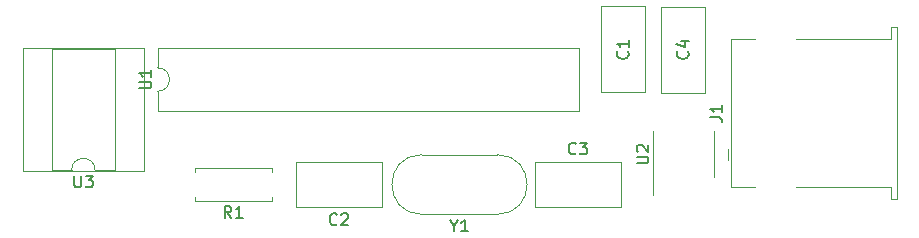
<source format=gto>
G04 #@! TF.GenerationSoftware,KiCad,Pcbnew,5.1.5*
G04 #@! TF.CreationDate,2020-02-20T08:26:26-05:00*
G04 #@! TF.ProjectId,bluefish-hardware,626c7565-6669-4736-982d-686172647761,rev?*
G04 #@! TF.SameCoordinates,Original*
G04 #@! TF.FileFunction,Legend,Top*
G04 #@! TF.FilePolarity,Positive*
%FSLAX46Y46*%
G04 Gerber Fmt 4.6, Leading zero omitted, Abs format (unit mm)*
G04 Created by KiCad (PCBNEW 5.1.5) date 2020-02-20 08:26:26*
%MOMM*%
%LPD*%
G04 APERTURE LIST*
%ADD10C,0.120000*%
%ADD11C,0.150000*%
G04 APERTURE END LIST*
D10*
X191790000Y-99060000D02*
X191790000Y-97110000D01*
X191790000Y-99060000D02*
X191790000Y-101010000D01*
X186670000Y-99060000D02*
X186670000Y-97110000D01*
X186670000Y-99060000D02*
X186670000Y-102510000D01*
X186020000Y-86510000D02*
X186020000Y-93750000D01*
X182280000Y-86510000D02*
X182280000Y-93750000D01*
X186020000Y-86510000D02*
X182280000Y-86510000D01*
X186020000Y-93750000D02*
X182280000Y-93750000D01*
X156440000Y-103470000D02*
X156440000Y-99730000D01*
X163680000Y-103470000D02*
X163680000Y-99730000D01*
X163680000Y-99730000D02*
X156440000Y-99730000D01*
X163680000Y-103470000D02*
X156440000Y-103470000D01*
X176680000Y-99730000D02*
X183920000Y-99730000D01*
X176680000Y-103470000D02*
X183920000Y-103470000D01*
X176680000Y-99730000D02*
X176680000Y-103470000D01*
X183920000Y-99730000D02*
X183920000Y-103470000D01*
X187360000Y-86590000D02*
X191100000Y-86590000D01*
X187360000Y-93830000D02*
X191100000Y-93830000D01*
X191100000Y-93830000D02*
X191100000Y-86590000D01*
X187360000Y-93830000D02*
X187360000Y-86590000D01*
X193050000Y-99560000D02*
X193050000Y-98560000D01*
X206800000Y-102810000D02*
X207300000Y-102810000D01*
X206800000Y-101810000D02*
X206800000Y-102810000D01*
X198800000Y-101810000D02*
X206800000Y-101810000D01*
X193300000Y-101810000D02*
X195300000Y-101810000D01*
X193300000Y-89310000D02*
X193300000Y-101810000D01*
X195300000Y-89310000D02*
X193300000Y-89310000D01*
X206800000Y-89310000D02*
X198800000Y-89310000D01*
X206800000Y-88310000D02*
X206800000Y-89310000D01*
X207300000Y-88310000D02*
X206800000Y-88310000D01*
X207300000Y-102810000D02*
X207300000Y-88310000D01*
X154400000Y-102640000D02*
X154400000Y-102970000D01*
X154400000Y-102970000D02*
X147860000Y-102970000D01*
X147860000Y-102970000D02*
X147860000Y-102640000D01*
X154400000Y-100560000D02*
X154400000Y-100230000D01*
X154400000Y-100230000D02*
X147860000Y-100230000D01*
X147860000Y-100230000D02*
X147860000Y-100560000D01*
X144720000Y-91710000D02*
G75*
G02X144720000Y-93710000I0J-1000000D01*
G01*
X144720000Y-93710000D02*
X144720000Y-95360000D01*
X144720000Y-95360000D02*
X180400000Y-95360000D01*
X180400000Y-95360000D02*
X180400000Y-90060000D01*
X180400000Y-90060000D02*
X144720000Y-90060000D01*
X144720000Y-90060000D02*
X144720000Y-91710000D01*
X137430000Y-100390000D02*
G75*
G02X139430000Y-100390000I1000000J0D01*
G01*
X139430000Y-100390000D02*
X141080000Y-100390000D01*
X141080000Y-100390000D02*
X141080000Y-90110000D01*
X141080000Y-90110000D02*
X135780000Y-90110000D01*
X135780000Y-90110000D02*
X135780000Y-100390000D01*
X135780000Y-100390000D02*
X137430000Y-100390000D01*
X143570000Y-100450000D02*
X143570000Y-90050000D01*
X143570000Y-90050000D02*
X133290000Y-90050000D01*
X133290000Y-90050000D02*
X133290000Y-100450000D01*
X133290000Y-100450000D02*
X143570000Y-100450000D01*
X173480000Y-104125000D02*
X167080000Y-104125000D01*
X173480000Y-99075000D02*
X167080000Y-99075000D01*
X173480000Y-99075000D02*
G75*
G02X173480000Y-104125000I0J-2525000D01*
G01*
X167080000Y-99075000D02*
G75*
G03X167080000Y-104125000I0J-2525000D01*
G01*
D11*
X185282380Y-99821904D02*
X186091904Y-99821904D01*
X186187142Y-99774285D01*
X186234761Y-99726666D01*
X186282380Y-99631428D01*
X186282380Y-99440952D01*
X186234761Y-99345714D01*
X186187142Y-99298095D01*
X186091904Y-99250476D01*
X185282380Y-99250476D01*
X185377619Y-98821904D02*
X185330000Y-98774285D01*
X185282380Y-98679047D01*
X185282380Y-98440952D01*
X185330000Y-98345714D01*
X185377619Y-98298095D01*
X185472857Y-98250476D01*
X185568095Y-98250476D01*
X185710952Y-98298095D01*
X186282380Y-98869523D01*
X186282380Y-98250476D01*
X184507142Y-90336666D02*
X184554761Y-90384285D01*
X184602380Y-90527142D01*
X184602380Y-90622380D01*
X184554761Y-90765238D01*
X184459523Y-90860476D01*
X184364285Y-90908095D01*
X184173809Y-90955714D01*
X184030952Y-90955714D01*
X183840476Y-90908095D01*
X183745238Y-90860476D01*
X183650000Y-90765238D01*
X183602380Y-90622380D01*
X183602380Y-90527142D01*
X183650000Y-90384285D01*
X183697619Y-90336666D01*
X184602380Y-89384285D02*
X184602380Y-89955714D01*
X184602380Y-89670000D02*
X183602380Y-89670000D01*
X183745238Y-89765238D01*
X183840476Y-89860476D01*
X183888095Y-89955714D01*
X159893333Y-104957142D02*
X159845714Y-105004761D01*
X159702857Y-105052380D01*
X159607619Y-105052380D01*
X159464761Y-105004761D01*
X159369523Y-104909523D01*
X159321904Y-104814285D01*
X159274285Y-104623809D01*
X159274285Y-104480952D01*
X159321904Y-104290476D01*
X159369523Y-104195238D01*
X159464761Y-104100000D01*
X159607619Y-104052380D01*
X159702857Y-104052380D01*
X159845714Y-104100000D01*
X159893333Y-104147619D01*
X160274285Y-104147619D02*
X160321904Y-104100000D01*
X160417142Y-104052380D01*
X160655238Y-104052380D01*
X160750476Y-104100000D01*
X160798095Y-104147619D01*
X160845714Y-104242857D01*
X160845714Y-104338095D01*
X160798095Y-104480952D01*
X160226666Y-105052380D01*
X160845714Y-105052380D01*
X180133333Y-98957142D02*
X180085714Y-99004761D01*
X179942857Y-99052380D01*
X179847619Y-99052380D01*
X179704761Y-99004761D01*
X179609523Y-98909523D01*
X179561904Y-98814285D01*
X179514285Y-98623809D01*
X179514285Y-98480952D01*
X179561904Y-98290476D01*
X179609523Y-98195238D01*
X179704761Y-98100000D01*
X179847619Y-98052380D01*
X179942857Y-98052380D01*
X180085714Y-98100000D01*
X180133333Y-98147619D01*
X180466666Y-98052380D02*
X181085714Y-98052380D01*
X180752380Y-98433333D01*
X180895238Y-98433333D01*
X180990476Y-98480952D01*
X181038095Y-98528571D01*
X181085714Y-98623809D01*
X181085714Y-98861904D01*
X181038095Y-98957142D01*
X180990476Y-99004761D01*
X180895238Y-99052380D01*
X180609523Y-99052380D01*
X180514285Y-99004761D01*
X180466666Y-98957142D01*
X189587142Y-90336666D02*
X189634761Y-90384285D01*
X189682380Y-90527142D01*
X189682380Y-90622380D01*
X189634761Y-90765238D01*
X189539523Y-90860476D01*
X189444285Y-90908095D01*
X189253809Y-90955714D01*
X189110952Y-90955714D01*
X188920476Y-90908095D01*
X188825238Y-90860476D01*
X188730000Y-90765238D01*
X188682380Y-90622380D01*
X188682380Y-90527142D01*
X188730000Y-90384285D01*
X188777619Y-90336666D01*
X189015714Y-89479523D02*
X189682380Y-89479523D01*
X188634761Y-89717619D02*
X189349047Y-89955714D01*
X189349047Y-89336666D01*
X191502380Y-95893333D02*
X192216666Y-95893333D01*
X192359523Y-95940952D01*
X192454761Y-96036190D01*
X192502380Y-96179047D01*
X192502380Y-96274285D01*
X192502380Y-94893333D02*
X192502380Y-95464761D01*
X192502380Y-95179047D02*
X191502380Y-95179047D01*
X191645238Y-95274285D01*
X191740476Y-95369523D01*
X191788095Y-95464761D01*
X150963333Y-104422380D02*
X150630000Y-103946190D01*
X150391904Y-104422380D02*
X150391904Y-103422380D01*
X150772857Y-103422380D01*
X150868095Y-103470000D01*
X150915714Y-103517619D01*
X150963333Y-103612857D01*
X150963333Y-103755714D01*
X150915714Y-103850952D01*
X150868095Y-103898571D01*
X150772857Y-103946190D01*
X150391904Y-103946190D01*
X151915714Y-104422380D02*
X151344285Y-104422380D01*
X151630000Y-104422380D02*
X151630000Y-103422380D01*
X151534761Y-103565238D01*
X151439523Y-103660476D01*
X151344285Y-103708095D01*
X143172380Y-93471904D02*
X143981904Y-93471904D01*
X144077142Y-93424285D01*
X144124761Y-93376666D01*
X144172380Y-93281428D01*
X144172380Y-93090952D01*
X144124761Y-92995714D01*
X144077142Y-92948095D01*
X143981904Y-92900476D01*
X143172380Y-92900476D01*
X144172380Y-91900476D02*
X144172380Y-92471904D01*
X144172380Y-92186190D02*
X143172380Y-92186190D01*
X143315238Y-92281428D01*
X143410476Y-92376666D01*
X143458095Y-92471904D01*
X137668095Y-100842380D02*
X137668095Y-101651904D01*
X137715714Y-101747142D01*
X137763333Y-101794761D01*
X137858571Y-101842380D01*
X138049047Y-101842380D01*
X138144285Y-101794761D01*
X138191904Y-101747142D01*
X138239523Y-101651904D01*
X138239523Y-100842380D01*
X138620476Y-100842380D02*
X139239523Y-100842380D01*
X138906190Y-101223333D01*
X139049047Y-101223333D01*
X139144285Y-101270952D01*
X139191904Y-101318571D01*
X139239523Y-101413809D01*
X139239523Y-101651904D01*
X139191904Y-101747142D01*
X139144285Y-101794761D01*
X139049047Y-101842380D01*
X138763333Y-101842380D01*
X138668095Y-101794761D01*
X138620476Y-101747142D01*
X169803809Y-105101190D02*
X169803809Y-105577380D01*
X169470476Y-104577380D02*
X169803809Y-105101190D01*
X170137142Y-104577380D01*
X170994285Y-105577380D02*
X170422857Y-105577380D01*
X170708571Y-105577380D02*
X170708571Y-104577380D01*
X170613333Y-104720238D01*
X170518095Y-104815476D01*
X170422857Y-104863095D01*
M02*

</source>
